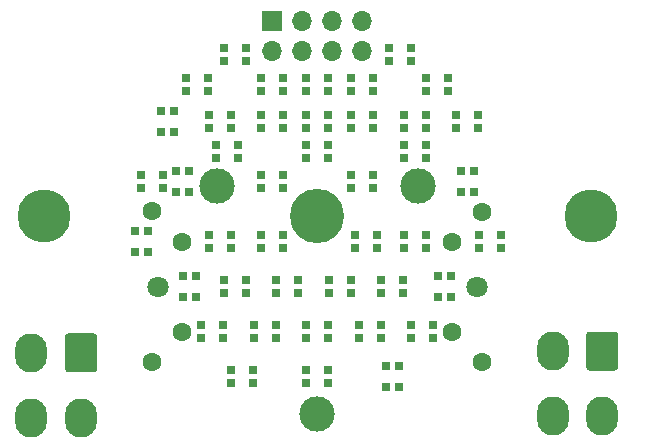
<source format=gbr>
%TF.GenerationSoftware,KiCad,Pcbnew,(5.1.12-1-10_14)*%
%TF.CreationDate,2021-11-28T15:33:12+11:00*%
%TF.ProjectId,dual_needle_gauge,6475616c-5f6e-4656-9564-6c655f676175,rev?*%
%TF.SameCoordinates,Original*%
%TF.FileFunction,Soldermask,Top*%
%TF.FilePolarity,Negative*%
%FSLAX46Y46*%
G04 Gerber Fmt 4.6, Leading zero omitted, Abs format (unit mm)*
G04 Created by KiCad (PCBNEW (5.1.12-1-10_14)) date 2021-11-28 15:33:12*
%MOMM*%
%LPD*%
G01*
G04 APERTURE LIST*
%ADD10R,0.700000X0.700000*%
%ADD11C,4.500000*%
%ADD12C,1.800000*%
%ADD13C,3.000000*%
%ADD14C,4.600000*%
%ADD15C,1.600000*%
%ADD16O,2.700000X3.300000*%
%ADD17O,1.700000X1.700000*%
%ADD18R,1.700000X1.700000*%
G04 APERTURE END LIST*
D10*
%TO.C,D42*%
X191437000Y-108158000D03*
X191437000Y-107058000D03*
X193267000Y-107058000D03*
X193267000Y-108158000D03*
%TD*%
%TO.C,D41*%
X188262000Y-105618000D03*
X188262000Y-104518000D03*
X190092000Y-104518000D03*
X190092000Y-105618000D03*
%TD*%
%TO.C,D40*%
X185087000Y-108158000D03*
X185087000Y-107058000D03*
X186917000Y-107058000D03*
X186917000Y-108158000D03*
%TD*%
%TO.C,D39*%
X181277000Y-108158000D03*
X181277000Y-107058000D03*
X183107000Y-107058000D03*
X183107000Y-108158000D03*
%TD*%
%TO.C,D38*%
X177467000Y-108158000D03*
X177467000Y-107058000D03*
X179297000Y-107058000D03*
X179297000Y-108158000D03*
%TD*%
%TO.C,D37*%
X174292000Y-105618000D03*
X174292000Y-104518000D03*
X176122000Y-104518000D03*
X176122000Y-105618000D03*
%TD*%
%TO.C,D36*%
X171117000Y-108158000D03*
X171117000Y-107058000D03*
X172947000Y-107058000D03*
X172947000Y-108158000D03*
%TD*%
%TO.C,D35*%
X170042000Y-111698000D03*
X168942000Y-111698000D03*
X168942000Y-109868000D03*
X170042000Y-109868000D03*
%TD*%
%TO.C,D34*%
X174852000Y-110233000D03*
X174852000Y-111333000D03*
X173022000Y-111333000D03*
X173022000Y-110233000D03*
%TD*%
%TO.C,D33*%
X179297000Y-110233000D03*
X179297000Y-111333000D03*
X177467000Y-111333000D03*
X177467000Y-110233000D03*
%TD*%
%TO.C,D32*%
X183107000Y-110233000D03*
X183107000Y-111333000D03*
X181277000Y-111333000D03*
X181277000Y-110233000D03*
%TD*%
%TO.C,D31*%
X186917000Y-110233000D03*
X186917000Y-111333000D03*
X185087000Y-111333000D03*
X185087000Y-110233000D03*
%TD*%
%TO.C,D30*%
X191362000Y-110233000D03*
X191362000Y-111333000D03*
X189532000Y-111333000D03*
X189532000Y-110233000D03*
%TD*%
%TO.C,D29*%
X195807000Y-110233000D03*
X195807000Y-111333000D03*
X193977000Y-111333000D03*
X193977000Y-110233000D03*
%TD*%
%TO.C,D28*%
X195442000Y-116778000D03*
X194342000Y-116778000D03*
X194342000Y-114948000D03*
X195442000Y-114948000D03*
%TD*%
%TO.C,D27*%
X189532000Y-113873000D03*
X189532000Y-112773000D03*
X191362000Y-112773000D03*
X191362000Y-113873000D03*
%TD*%
%TO.C,D26*%
X185087000Y-116413000D03*
X185087000Y-115313000D03*
X186917000Y-115313000D03*
X186917000Y-116413000D03*
%TD*%
%TO.C,D25*%
X181277000Y-113873000D03*
X181277000Y-112773000D03*
X183107000Y-112773000D03*
X183107000Y-113873000D03*
%TD*%
%TO.C,D24*%
X177467000Y-116413000D03*
X177467000Y-115313000D03*
X179297000Y-115313000D03*
X179297000Y-116413000D03*
%TD*%
%TO.C,D23*%
X173657000Y-113873000D03*
X173657000Y-112773000D03*
X175487000Y-112773000D03*
X175487000Y-113873000D03*
%TD*%
%TO.C,D22*%
X171312000Y-116778000D03*
X170212000Y-116778000D03*
X170212000Y-114948000D03*
X171312000Y-114948000D03*
%TD*%
%TO.C,D21*%
X167307000Y-116413000D03*
X167307000Y-115313000D03*
X169137000Y-115313000D03*
X169137000Y-116413000D03*
%TD*%
%TO.C,D20*%
X167819000Y-121858000D03*
X166719000Y-121858000D03*
X166719000Y-120028000D03*
X167819000Y-120028000D03*
%TD*%
%TO.C,D19*%
X174852000Y-120393000D03*
X174852000Y-121493000D03*
X173022000Y-121493000D03*
X173022000Y-120393000D03*
%TD*%
%TO.C,D18*%
X179297000Y-120393000D03*
X179297000Y-121493000D03*
X177467000Y-121493000D03*
X177467000Y-120393000D03*
%TD*%
%TO.C,D17*%
X187234000Y-120393000D03*
X187234000Y-121493000D03*
X185404000Y-121493000D03*
X185404000Y-120393000D03*
%TD*%
%TO.C,D16*%
X191362000Y-120393000D03*
X191362000Y-121493000D03*
X189532000Y-121493000D03*
X189532000Y-120393000D03*
%TD*%
%TO.C,D15*%
X197712000Y-120393000D03*
X197712000Y-121493000D03*
X195882000Y-121493000D03*
X195882000Y-120393000D03*
%TD*%
%TO.C,D14*%
X193537000Y-125668000D03*
X192437000Y-125668000D03*
X192437000Y-123838000D03*
X193537000Y-123838000D03*
%TD*%
%TO.C,D13*%
X187627000Y-125303000D03*
X187627000Y-124203000D03*
X189457000Y-124203000D03*
X189457000Y-125303000D03*
%TD*%
%TO.C,D12*%
X183182000Y-125303000D03*
X183182000Y-124203000D03*
X185012000Y-124203000D03*
X185012000Y-125303000D03*
%TD*%
%TO.C,D11*%
X178737000Y-125303000D03*
X178737000Y-124203000D03*
X180567000Y-124203000D03*
X180567000Y-125303000D03*
%TD*%
%TO.C,D10*%
X174292000Y-125303000D03*
X174292000Y-124203000D03*
X176122000Y-124203000D03*
X176122000Y-125303000D03*
%TD*%
%TO.C,D9*%
X171947000Y-125668000D03*
X170847000Y-125668000D03*
X170847000Y-123838000D03*
X171947000Y-123838000D03*
%TD*%
%TO.C,D8*%
X174217000Y-128013000D03*
X174217000Y-129113000D03*
X172387000Y-129113000D03*
X172387000Y-128013000D03*
%TD*%
%TO.C,D7*%
X178662000Y-128013000D03*
X178662000Y-129113000D03*
X176832000Y-129113000D03*
X176832000Y-128013000D03*
%TD*%
%TO.C,D6*%
X183107000Y-128013000D03*
X183107000Y-129113000D03*
X181277000Y-129113000D03*
X181277000Y-128013000D03*
%TD*%
%TO.C,D5*%
X187552000Y-128013000D03*
X187552000Y-129113000D03*
X185722000Y-129113000D03*
X185722000Y-128013000D03*
%TD*%
%TO.C,D4*%
X191997000Y-128013000D03*
X191997000Y-129113000D03*
X190167000Y-129113000D03*
X190167000Y-128013000D03*
%TD*%
%TO.C,D3*%
X189092000Y-133288000D03*
X187992000Y-133288000D03*
X187992000Y-131458000D03*
X189092000Y-131458000D03*
%TD*%
%TO.C,D2*%
X181277000Y-132923000D03*
X181277000Y-131823000D03*
X183107000Y-131823000D03*
X183107000Y-132923000D03*
%TD*%
%TO.C,D1*%
X174927000Y-132923000D03*
X174927000Y-131823000D03*
X176757000Y-131823000D03*
X176757000Y-132923000D03*
%TD*%
D11*
%TO.C,H2*%
X205369000Y-118743000D03*
%TD*%
%TO.C,H1*%
X159014000Y-118743000D03*
%TD*%
D12*
%TO.C,M1*%
X195692000Y-124753000D03*
X168692000Y-124753000D03*
D13*
X182192000Y-135503000D03*
X190682000Y-116263000D03*
X173702000Y-116263000D03*
D14*
X182192000Y-118753000D03*
D15*
X193630576Y-128559417D03*
X193630576Y-120939417D03*
X170770576Y-128559417D03*
X170770576Y-120939417D03*
X196170576Y-131099417D03*
X196170576Y-118399417D03*
X168230576Y-131099417D03*
X168222000Y-118393000D03*
%TD*%
D16*
%TO.C,J3*%
X202122000Y-135710000D03*
X206322000Y-135710000D03*
X202122000Y-130210000D03*
G36*
G01*
X207672000Y-128810001D02*
X207672000Y-131609999D01*
G75*
G02*
X207421999Y-131860000I-250001J0D01*
G01*
X205222001Y-131860000D01*
G75*
G02*
X204972000Y-131609999I0J250001D01*
G01*
X204972000Y-128810001D01*
G75*
G02*
X205222001Y-128560000I250001J0D01*
G01*
X207421999Y-128560000D01*
G75*
G02*
X207672000Y-128810001I0J-250001D01*
G01*
G37*
%TD*%
%TO.C,J1*%
X157989000Y-135863000D03*
X162189000Y-135863000D03*
X157989000Y-130363000D03*
G36*
G01*
X163539000Y-128963001D02*
X163539000Y-131762999D01*
G75*
G02*
X163288999Y-132013000I-250001J0D01*
G01*
X161089001Y-132013000D01*
G75*
G02*
X160839000Y-131762999I0J250001D01*
G01*
X160839000Y-128963001D01*
G75*
G02*
X161089001Y-128713000I250001J0D01*
G01*
X163288999Y-128713000D01*
G75*
G02*
X163539000Y-128963001I0J-250001D01*
G01*
G37*
%TD*%
D17*
%TO.C,J2*%
X186002000Y-104773000D03*
X186002000Y-102233000D03*
X183462000Y-104773000D03*
X183462000Y-102233000D03*
X180922000Y-104773000D03*
X180922000Y-102233000D03*
X178382000Y-104773000D03*
D18*
X178382000Y-102233000D03*
%TD*%
M02*

</source>
